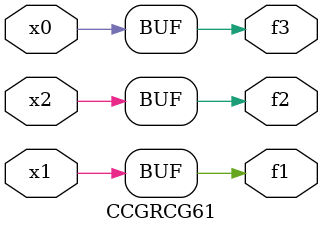
<source format=v>
module CCGRCG61(
	input x0, x1, x2,
	output f1, f2, f3
);
	assign f1 = x1;
	assign f2 = x2;
	assign f3 = x0;
endmodule

</source>
